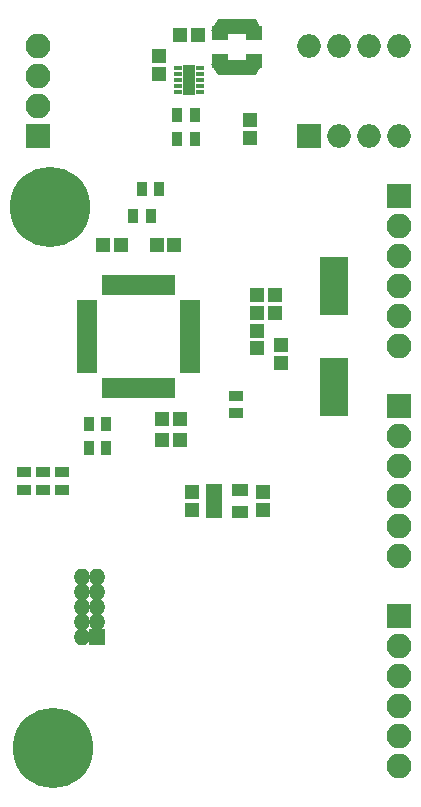
<source format=gts>
G04 #@! TF.FileFunction,Soldermask,Top*
%FSLAX46Y46*%
G04 Gerber Fmt 4.6, Leading zero omitted, Abs format (unit mm)*
G04 Created by KiCad (PCBNEW 4.0.7) date Saturday, May 19, 2018 'PMt' 08:47:35 PM*
%MOMM*%
%LPD*%
G01*
G04 APERTURE LIST*
%ADD10C,0.100000*%
%ADD11C,6.800000*%
%ADD12R,1.700000X0.650000*%
%ADD13R,0.650000X1.700000*%
%ADD14R,1.150000X1.200000*%
%ADD15R,1.200000X1.150000*%
%ADD16R,1.300000X0.900000*%
%ADD17R,0.900000X1.300000*%
%ADD18R,1.460000X1.050000*%
%ADD19R,2.400000X4.900000*%
%ADD20R,1.400000X1.290000*%
%ADD21R,2.400000X0.730000*%
%ADD22R,0.640000X0.390000*%
%ADD23R,0.980000X2.540000*%
%ADD24C,0.480000*%
%ADD25R,1.400000X1.400000*%
%ADD26O,1.400000X1.400000*%
%ADD27R,2.100000X2.100000*%
%ADD28O,2.100000X2.100000*%
%ADD29R,2.000000X2.000000*%
%ADD30O,2.000000X2.000000*%
G04 APERTURE END LIST*
D10*
D11*
X227200000Y-117800000D03*
D12*
X238850000Y-85750000D03*
X238850000Y-85250000D03*
X238850000Y-84750000D03*
X238850000Y-84250000D03*
X238850000Y-83750000D03*
X238850000Y-83250000D03*
X238850000Y-82750000D03*
X238850000Y-82250000D03*
X238850000Y-81750000D03*
X238850000Y-81250000D03*
X238850000Y-80750000D03*
X238850000Y-80250000D03*
D13*
X237250000Y-78650000D03*
X236750000Y-78650000D03*
X236250000Y-78650000D03*
X235750000Y-78650000D03*
X235250000Y-78650000D03*
X234750000Y-78650000D03*
X234250000Y-78650000D03*
X233750000Y-78650000D03*
X233250000Y-78650000D03*
X232750000Y-78650000D03*
X232250000Y-78650000D03*
X231750000Y-78650000D03*
D12*
X230150000Y-80250000D03*
X230150000Y-80750000D03*
X230150000Y-81250000D03*
X230150000Y-81750000D03*
X230150000Y-82250000D03*
X230150000Y-82750000D03*
X230150000Y-83250000D03*
X230150000Y-83750000D03*
X230150000Y-84250000D03*
X230150000Y-84750000D03*
X230150000Y-85250000D03*
X230150000Y-85750000D03*
D13*
X231750000Y-87350000D03*
X232250000Y-87350000D03*
X232750000Y-87350000D03*
X233250000Y-87350000D03*
X233750000Y-87350000D03*
X234250000Y-87350000D03*
X234750000Y-87350000D03*
X235250000Y-87350000D03*
X235750000Y-87350000D03*
X236250000Y-87350000D03*
X236750000Y-87350000D03*
X237250000Y-87350000D03*
D14*
X246000000Y-79500000D03*
X246000000Y-81000000D03*
X244500000Y-79500000D03*
X244500000Y-81000000D03*
D15*
X238000000Y-91750000D03*
X236500000Y-91750000D03*
X238000000Y-90000000D03*
X236500000Y-90000000D03*
X237500000Y-75250000D03*
X236000000Y-75250000D03*
X231500000Y-75250000D03*
X233000000Y-75250000D03*
D14*
X243920000Y-66150000D03*
X243920000Y-64650000D03*
X236200000Y-59250000D03*
X236200000Y-60750000D03*
D15*
X238000000Y-57450000D03*
X239500000Y-57450000D03*
D14*
X239000000Y-97650000D03*
X239000000Y-96150000D03*
X245000000Y-97650000D03*
X245000000Y-96150000D03*
X246500000Y-83750000D03*
X246500000Y-85250000D03*
X244500000Y-82500000D03*
X244500000Y-84000000D03*
D16*
X242750000Y-88000000D03*
X242750000Y-89500000D03*
D17*
X235500000Y-72750000D03*
X234000000Y-72750000D03*
X231750000Y-92400000D03*
X230250000Y-92400000D03*
X236250000Y-70500000D03*
X234750000Y-70500000D03*
D16*
X226400000Y-95950000D03*
X226400000Y-94450000D03*
X224800000Y-94450000D03*
X224800000Y-95950000D03*
X228000000Y-94450000D03*
X228000000Y-95950000D03*
D17*
X231750000Y-90400000D03*
X230250000Y-90400000D03*
X239250000Y-66250000D03*
X237750000Y-66250000D03*
X237750000Y-64250000D03*
X239250000Y-64250000D03*
D18*
X240900000Y-95950000D03*
X240900000Y-96900000D03*
X240900000Y-97850000D03*
X243100000Y-97850000D03*
X243100000Y-95950000D03*
D19*
X251000000Y-87250000D03*
X251000000Y-78750000D03*
D10*
G36*
X244945000Y-57090000D02*
X240655000Y-57090000D01*
X241205000Y-56130000D01*
X244395000Y-56130000D01*
X244945000Y-57090000D01*
X244945000Y-57090000D01*
G37*
D20*
X241350000Y-57330000D03*
X244240000Y-57330000D03*
X244240000Y-59670000D03*
D10*
G36*
X240655000Y-59910000D02*
X244945000Y-59910000D01*
X244395000Y-60870000D01*
X241205000Y-60870000D01*
X240655000Y-59910000D01*
X240655000Y-59910000D01*
G37*
D20*
X241360000Y-59670000D03*
D21*
X242780000Y-57050000D03*
X242800000Y-59950000D03*
D22*
X237800000Y-60250000D03*
X237800000Y-60750000D03*
X237800000Y-61250000D03*
X237800000Y-61750000D03*
X237800000Y-62250000D03*
X239700000Y-62250000D03*
X239700000Y-61750000D03*
X239700000Y-61250000D03*
X239700000Y-60750000D03*
X239700000Y-60250000D03*
D23*
X238750000Y-61250000D03*
D24*
X238750000Y-61250000D03*
X238750000Y-62200000D03*
X238750000Y-60300000D03*
D25*
X230990000Y-108410000D03*
D26*
X229720000Y-108410000D03*
X230990000Y-107140000D03*
X229720000Y-107140000D03*
X230990000Y-105870000D03*
X229720000Y-105870000D03*
X230990000Y-104600000D03*
X229720000Y-104600000D03*
X230990000Y-103330000D03*
X229720000Y-103330000D03*
D27*
X226000000Y-66040000D03*
D28*
X226000000Y-63500000D03*
X226000000Y-60960000D03*
X226000000Y-58420000D03*
D29*
X248920000Y-66040000D03*
D30*
X256540000Y-58420000D03*
X251460000Y-66040000D03*
X254000000Y-58420000D03*
X254000000Y-66040000D03*
X251460000Y-58420000D03*
X256540000Y-66040000D03*
X248920000Y-58420000D03*
D27*
X256540000Y-71120000D03*
D28*
X256540000Y-73660000D03*
X256540000Y-76200000D03*
X256540000Y-78740000D03*
X256540000Y-81280000D03*
X256540000Y-83820000D03*
D27*
X256540000Y-88900000D03*
D28*
X256540000Y-91440000D03*
X256540000Y-93980000D03*
X256540000Y-96520000D03*
X256540000Y-99060000D03*
X256540000Y-101600000D03*
D27*
X256540000Y-106680000D03*
D28*
X256540000Y-109220000D03*
X256540000Y-111760000D03*
X256540000Y-114300000D03*
X256540000Y-116840000D03*
X256540000Y-119380000D03*
D11*
X227000000Y-72000000D03*
M02*

</source>
